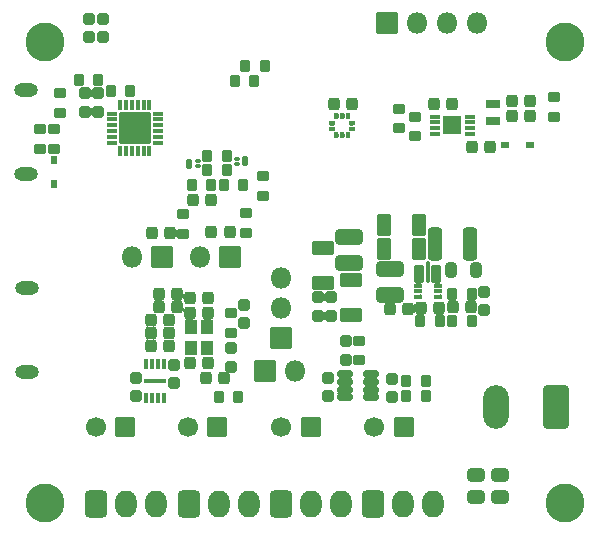
<source format=gbs>
G04 #@! TF.GenerationSoftware,KiCad,Pcbnew,(6.0.7)*
G04 #@! TF.CreationDate,2022-10-27T11:48:24+02:00*
G04 #@! TF.ProjectId,mainControl,6d61696e-436f-46e7-9472-6f6c2e6b6963,rev?*
G04 #@! TF.SameCoordinates,Original*
G04 #@! TF.FileFunction,Soldermask,Bot*
G04 #@! TF.FilePolarity,Negative*
%FSLAX46Y46*%
G04 Gerber Fmt 4.6, Leading zero omitted, Abs format (unit mm)*
G04 Created by KiCad (PCBNEW (6.0.7)) date 2022-10-27 11:48:24*
%MOMM*%
%LPD*%
G01*
G04 APERTURE LIST*
G04 Aperture macros list*
%AMRoundRect*
0 Rectangle with rounded corners*
0 $1 Rounding radius*
0 $2 $3 $4 $5 $6 $7 $8 $9 X,Y pos of 4 corners*
0 Add a 4 corners polygon primitive as box body*
4,1,4,$2,$3,$4,$5,$6,$7,$8,$9,$2,$3,0*
0 Add four circle primitives for the rounded corners*
1,1,$1+$1,$2,$3*
1,1,$1+$1,$4,$5*
1,1,$1+$1,$6,$7*
1,1,$1+$1,$8,$9*
0 Add four rect primitives between the rounded corners*
20,1,$1+$1,$2,$3,$4,$5,0*
20,1,$1+$1,$4,$5,$6,$7,0*
20,1,$1+$1,$6,$7,$8,$9,0*
20,1,$1+$1,$8,$9,$2,$3,0*%
G04 Aperture macros list end*
%ADD10RoundRect,0.050000X0.850000X-0.850000X0.850000X0.850000X-0.850000X0.850000X-0.850000X-0.850000X0*%
%ADD11O,1.800000X1.800000*%
%ADD12RoundRect,0.300000X-0.620000X-0.845000X0.620000X-0.845000X0.620000X0.845000X-0.620000X0.845000X0*%
%ADD13O,1.840000X2.290000*%
%ADD14RoundRect,0.050000X0.850000X0.850000X-0.850000X0.850000X-0.850000X-0.850000X0.850000X-0.850000X0*%
%ADD15C,3.300000*%
%ADD16RoundRect,0.050000X-0.850000X0.850000X-0.850000X-0.850000X0.850000X-0.850000X0.850000X0.850000X0*%
%ADD17RoundRect,0.050000X0.800000X0.800000X-0.800000X0.800000X-0.800000X-0.800000X0.800000X-0.800000X0*%
%ADD18C,1.700000*%
%ADD19RoundRect,0.299999X0.790001X1.550001X-0.790001X1.550001X-0.790001X-1.550001X0.790001X-1.550001X0*%
%ADD20O,2.180000X3.700000*%
%ADD21O,2.000000X1.150000*%
%ADD22RoundRect,0.275000X-0.225000X-0.250000X0.225000X-0.250000X0.225000X0.250000X-0.225000X0.250000X0*%
%ADD23RoundRect,0.268750X-0.256250X0.218750X-0.256250X-0.218750X0.256250X-0.218750X0.256250X0.218750X0*%
%ADD24RoundRect,0.275000X0.250000X-0.225000X0.250000X0.225000X-0.250000X0.225000X-0.250000X-0.225000X0*%
%ADD25RoundRect,0.250000X-0.275000X0.200000X-0.275000X-0.200000X0.275000X-0.200000X0.275000X0.200000X0*%
%ADD26RoundRect,0.250000X0.200000X0.275000X-0.200000X0.275000X-0.200000X-0.275000X0.200000X-0.275000X0*%
%ADD27RoundRect,0.250000X0.275000X-0.200000X0.275000X0.200000X-0.275000X0.200000X-0.275000X-0.200000X0*%
%ADD28RoundRect,0.250000X-0.200000X-0.275000X0.200000X-0.275000X0.200000X0.275000X-0.200000X0.275000X0*%
%ADD29RoundRect,0.300000X-0.325000X-1.100000X0.325000X-1.100000X0.325000X1.100000X-0.325000X1.100000X0*%
%ADD30RoundRect,0.275000X-0.250000X0.225000X-0.250000X-0.225000X0.250000X-0.225000X0.250000X0.225000X0*%
%ADD31RoundRect,0.275000X0.225000X0.250000X-0.225000X0.250000X-0.225000X-0.250000X0.225000X-0.250000X0*%
%ADD32RoundRect,0.050000X0.200000X-0.125000X0.200000X0.125000X-0.200000X0.125000X-0.200000X-0.125000X0*%
%ADD33RoundRect,0.050000X0.200000X-0.350000X0.200000X0.350000X-0.200000X0.350000X-0.200000X-0.350000X0*%
%ADD34RoundRect,0.050000X0.375000X0.150000X-0.375000X0.150000X-0.375000X-0.150000X0.375000X-0.150000X0*%
%ADD35RoundRect,0.050000X0.680000X0.730000X-0.680000X0.730000X-0.680000X-0.730000X0.680000X-0.730000X0*%
%ADD36RoundRect,0.112500X-0.350000X-0.062500X0.350000X-0.062500X0.350000X0.062500X-0.350000X0.062500X0*%
%ADD37RoundRect,0.112500X-0.062500X-0.350000X0.062500X-0.350000X0.062500X0.350000X-0.062500X0.350000X0*%
%ADD38RoundRect,0.050000X-1.300000X-1.300000X1.300000X-1.300000X1.300000X1.300000X-1.300000X1.300000X0*%
%ADD39RoundRect,0.300000X0.650000X-0.325000X0.650000X0.325000X-0.650000X0.325000X-0.650000X-0.325000X0*%
%ADD40RoundRect,0.050000X0.500000X-0.575000X0.500000X0.575000X-0.500000X0.575000X-0.500000X-0.575000X0*%
%ADD41RoundRect,0.050000X0.150000X-0.375000X0.150000X0.375000X-0.150000X0.375000X-0.150000X-0.375000X0*%
%ADD42RoundRect,0.050000X0.850000X-0.150000X0.850000X0.150000X-0.850000X0.150000X-0.850000X-0.150000X0*%
%ADD43RoundRect,0.300000X0.450000X-0.262500X0.450000X0.262500X-0.450000X0.262500X-0.450000X-0.262500X0*%
%ADD44RoundRect,0.300000X0.325000X0.650000X-0.325000X0.650000X-0.325000X-0.650000X0.325000X-0.650000X0*%
%ADD45RoundRect,0.175000X-0.537500X-0.125000X0.537500X-0.125000X0.537500X0.125000X-0.537500X0.125000X0*%
%ADD46RoundRect,0.050000X0.550000X-0.300000X0.550000X0.300000X-0.550000X0.300000X-0.550000X-0.300000X0*%
%ADD47RoundRect,0.300000X-0.850000X0.375000X-0.850000X-0.375000X0.850000X-0.375000X0.850000X0.375000X0*%
%ADD48RoundRect,0.300000X0.850000X-0.375000X0.850000X0.375000X-0.850000X0.375000X-0.850000X-0.375000X0*%
%ADD49RoundRect,0.250000X0.200000X0.525000X-0.200000X0.525000X-0.200000X-0.525000X0.200000X-0.525000X0*%
%ADD50RoundRect,0.125000X0.225000X0.075000X-0.225000X0.075000X-0.225000X-0.075000X0.225000X-0.075000X0*%
%ADD51RoundRect,0.125000X0.075000X0.787500X-0.075000X0.787500X-0.075000X-0.787500X0.075000X-0.787500X0*%
%ADD52RoundRect,0.050000X0.165100X-0.152400X0.165100X0.152400X-0.165100X0.152400X-0.165100X-0.152400X0*%
%ADD53RoundRect,0.050000X0.152400X0.165100X-0.152400X0.165100X-0.152400X-0.165100X0.152400X-0.165100X0*%
%ADD54RoundRect,0.268750X-0.218750X-0.381250X0.218750X-0.381250X0.218750X0.381250X-0.218750X0.381250X0*%
%ADD55RoundRect,0.050000X-0.300000X-0.225000X0.300000X-0.225000X0.300000X0.225000X-0.300000X0.225000X0*%
%ADD56RoundRect,0.050000X0.225000X-0.300000X0.225000X0.300000X-0.225000X0.300000X-0.225000X-0.300000X0*%
%ADD57RoundRect,0.050000X-0.200000X0.125000X-0.200000X-0.125000X0.200000X-0.125000X0.200000X0.125000X0*%
%ADD58RoundRect,0.050000X-0.200000X0.350000X-0.200000X-0.350000X0.200000X-0.350000X0.200000X0.350000X0*%
G04 APERTURE END LIST*
D10*
X91650000Y-162875000D03*
D11*
X94190000Y-162875000D03*
D12*
X100800000Y-174100000D03*
D13*
X103340000Y-174100000D03*
X105880000Y-174100000D03*
D10*
X101950000Y-133375000D03*
D11*
X104490000Y-133375000D03*
X107030000Y-133375000D03*
X109570000Y-133375000D03*
D14*
X93000000Y-160075000D03*
D11*
X93000000Y-157535000D03*
X93000000Y-154995000D03*
D15*
X117000000Y-174000000D03*
D16*
X82900000Y-153225000D03*
D11*
X80360000Y-153225000D03*
D17*
X87582380Y-167600000D03*
D18*
X85082380Y-167600000D03*
D12*
X85160000Y-174120000D03*
D13*
X87700000Y-174120000D03*
X90240000Y-174120000D03*
D15*
X117000000Y-135000000D03*
D12*
X93000000Y-174100000D03*
D13*
X95540000Y-174100000D03*
X98080000Y-174100000D03*
D17*
X103382380Y-167600000D03*
D18*
X100882380Y-167600000D03*
D17*
X95482380Y-167600000D03*
D18*
X92982380Y-167600000D03*
D19*
X116240000Y-165877500D03*
D20*
X111160000Y-165877500D03*
D15*
X73000000Y-135000000D03*
X73000000Y-174000000D03*
D16*
X88700000Y-153225000D03*
D11*
X86160000Y-153225000D03*
D12*
X77360000Y-174120000D03*
D13*
X79900000Y-174120000D03*
X82440000Y-174120000D03*
D21*
X71470000Y-162955000D03*
X71470000Y-155805000D03*
X71400000Y-139050000D03*
X71400000Y-146200000D03*
D17*
X79782380Y-167600000D03*
D18*
X77282380Y-167600000D03*
D22*
X86650000Y-163400000D03*
X88200000Y-163400000D03*
D23*
X97200000Y-156612500D03*
X97200000Y-158187500D03*
D24*
X89850000Y-158775000D03*
X89850000Y-157225000D03*
D25*
X116114286Y-139650000D03*
X116114286Y-141300000D03*
D26*
X90725000Y-138300000D03*
X89075000Y-138300000D03*
D25*
X84700000Y-149575000D03*
X84700000Y-151225000D03*
D22*
X85500000Y-148400000D03*
X87050000Y-148400000D03*
X81950000Y-159600000D03*
X83500000Y-159600000D03*
D24*
X97000000Y-164975000D03*
X97000000Y-163425000D03*
D27*
X88725000Y-159625000D03*
X88725000Y-157975000D03*
D28*
X86750000Y-145800000D03*
X88400000Y-145800000D03*
X107475000Y-156300000D03*
X109125000Y-156300000D03*
D29*
X106025000Y-152100000D03*
X108975000Y-152100000D03*
D22*
X81950000Y-160700000D03*
X83500000Y-160700000D03*
D24*
X76700000Y-134575000D03*
X76700000Y-133025000D03*
D22*
X105925000Y-140250000D03*
X107475000Y-140250000D03*
D26*
X89800000Y-147100000D03*
X88150000Y-147100000D03*
D30*
X83925000Y-162325000D03*
X83925000Y-163875000D03*
D25*
X74300000Y-139325000D03*
X74300000Y-140975000D03*
D23*
X96100000Y-156612500D03*
X96100000Y-158187500D03*
D26*
X91625000Y-137000000D03*
X89975000Y-137000000D03*
D24*
X76400000Y-140875000D03*
X76400000Y-139325000D03*
D31*
X86800000Y-156700000D03*
X85250000Y-156700000D03*
D22*
X85250000Y-162200000D03*
X86800000Y-162200000D03*
D32*
X89225000Y-145325000D03*
X89225000Y-144875000D03*
D33*
X89925000Y-145100000D03*
D31*
X83625000Y-151200000D03*
X82075000Y-151200000D03*
D28*
X103575000Y-164950000D03*
X105225000Y-164950000D03*
D34*
X109000000Y-141300000D03*
X109000000Y-141800000D03*
X109000000Y-142300000D03*
X109000000Y-142800000D03*
X106000000Y-142800000D03*
X106000000Y-142300000D03*
X106000000Y-141800000D03*
X106000000Y-141300000D03*
D35*
X107500000Y-142050000D03*
D36*
X78662500Y-143550000D03*
X78662500Y-143050000D03*
X78662500Y-142550000D03*
X78662500Y-142050000D03*
X78662500Y-141550000D03*
X78662500Y-141050000D03*
D37*
X79350000Y-140362500D03*
X79850000Y-140362500D03*
X80350000Y-140362500D03*
X80850000Y-140362500D03*
X81350000Y-140362500D03*
X81850000Y-140362500D03*
D36*
X82537500Y-141050000D03*
X82537500Y-141550000D03*
X82537500Y-142050000D03*
X82537500Y-142550000D03*
X82537500Y-143050000D03*
X82537500Y-143550000D03*
D37*
X81850000Y-144237500D03*
X81350000Y-144237500D03*
X80850000Y-144237500D03*
X80350000Y-144237500D03*
X79850000Y-144237500D03*
X79350000Y-144237500D03*
D38*
X80600000Y-142300000D03*
D31*
X88635000Y-151100000D03*
X87085000Y-151100000D03*
D22*
X112525000Y-141250000D03*
X114075000Y-141250000D03*
D39*
X96500000Y-155375000D03*
X96500000Y-152425000D03*
D22*
X82650000Y-157400000D03*
X84200000Y-157400000D03*
D30*
X80725000Y-163400000D03*
X80725000Y-164950000D03*
D28*
X107475000Y-158600000D03*
X109125000Y-158600000D03*
D40*
X85325000Y-160875000D03*
X85325000Y-159125000D03*
X86725000Y-159125000D03*
X86725000Y-160875000D03*
D22*
X82650000Y-156300000D03*
X84200000Y-156300000D03*
D25*
X99600000Y-160275000D03*
X99600000Y-161925000D03*
D41*
X83075000Y-165150000D03*
X82575000Y-165150000D03*
X82075000Y-165150000D03*
X81575000Y-165150000D03*
X81575000Y-162250000D03*
X82075000Y-162250000D03*
X82575000Y-162250000D03*
X83075000Y-162250000D03*
D42*
X82325000Y-163700000D03*
D27*
X72600000Y-144025000D03*
X72600000Y-142375000D03*
D43*
X111500000Y-173512500D03*
X111500000Y-171687500D03*
D24*
X77900000Y-134575000D03*
X77900000Y-133025000D03*
D22*
X112539286Y-139950000D03*
X114089286Y-139950000D03*
D44*
X104675000Y-150500000D03*
X101725000Y-150500000D03*
D45*
X98362500Y-165075000D03*
X98362500Y-164425000D03*
X98362500Y-163775000D03*
X98362500Y-163125000D03*
X100637500Y-163125000D03*
X100637500Y-163775000D03*
X100637500Y-164425000D03*
X100637500Y-165075000D03*
D46*
X110900000Y-141650000D03*
X110900000Y-140250000D03*
D28*
X87725000Y-165050000D03*
X89375000Y-165050000D03*
D22*
X81950000Y-158500000D03*
X83500000Y-158500000D03*
D47*
X98700000Y-151525000D03*
X98700000Y-153675000D03*
D48*
X102200000Y-156375000D03*
X102200000Y-154225000D03*
D24*
X102400000Y-165075000D03*
X102400000Y-163525000D03*
D28*
X104775000Y-158600000D03*
X106425000Y-158600000D03*
D27*
X91500000Y-148025000D03*
X91500000Y-146375000D03*
D28*
X85450000Y-147100000D03*
X87100000Y-147100000D03*
D49*
X106150000Y-154612500D03*
D50*
X106250000Y-155662500D03*
X106250000Y-156112500D03*
X106250000Y-156562500D03*
X104550000Y-156562500D03*
X104550000Y-156112500D03*
X104550000Y-155662500D03*
D49*
X104650000Y-154612500D03*
D51*
X105400000Y-154475000D03*
D31*
X86800000Y-157900000D03*
X85250000Y-157900000D03*
D52*
X98965801Y-141819037D03*
X98965801Y-142319163D03*
D53*
X98631026Y-142904001D03*
X98130900Y-142904001D03*
X97630774Y-142904001D03*
D52*
X97295999Y-142319163D03*
X97295999Y-141819037D03*
D53*
X97630774Y-141234199D03*
X98130900Y-141234199D03*
X98631026Y-141234199D03*
D30*
X88725000Y-160925000D03*
X88725000Y-162475000D03*
D31*
X99005000Y-140211467D03*
X97455000Y-140211467D03*
D28*
X75875000Y-138200000D03*
X77525000Y-138200000D03*
D22*
X102225000Y-157600000D03*
X103775000Y-157600000D03*
D31*
X106375000Y-157500000D03*
X104825000Y-157500000D03*
D44*
X104675000Y-152500000D03*
X101725000Y-152500000D03*
D54*
X107337500Y-154300000D03*
X109462500Y-154300000D03*
D27*
X103014286Y-142275000D03*
X103014286Y-140625000D03*
D24*
X77500000Y-140875000D03*
X77500000Y-139325000D03*
D28*
X103575000Y-163700000D03*
X105225000Y-163700000D03*
D55*
X111964286Y-143750000D03*
X114064286Y-143750000D03*
D56*
X73800000Y-147050000D03*
X73800000Y-144950000D03*
D27*
X104314286Y-142975000D03*
X104314286Y-141325000D03*
X73800000Y-144025000D03*
X73800000Y-142375000D03*
D24*
X110200000Y-157675000D03*
X110200000Y-156125000D03*
D43*
X109500000Y-173512500D03*
X109500000Y-171687500D03*
D30*
X98450000Y-160325000D03*
X98450000Y-161875000D03*
D31*
X109075000Y-157400000D03*
X107525000Y-157400000D03*
D39*
X98900000Y-158075000D03*
X98900000Y-155125000D03*
D57*
X85925000Y-145075000D03*
X85925000Y-145525000D03*
D58*
X85225000Y-145300000D03*
D26*
X80225000Y-139100000D03*
X78575000Y-139100000D03*
X88400000Y-144600000D03*
X86750000Y-144600000D03*
D25*
X90060000Y-149475000D03*
X90060000Y-151125000D03*
D31*
X110675000Y-143850000D03*
X109125000Y-143850000D03*
G36*
X98970706Y-164710385D02*
G01*
X98970373Y-164711627D01*
X98950969Y-164740668D01*
X98958155Y-164776794D01*
X98968239Y-164786878D01*
X98968757Y-164788810D01*
X98967343Y-164790224D01*
X98966435Y-164790254D01*
X98899801Y-164777000D01*
X97825199Y-164777000D01*
X97758810Y-164790206D01*
X97757401Y-164791147D01*
X97755406Y-164791278D01*
X97754294Y-164789615D01*
X97754627Y-164788373D01*
X97774031Y-164759332D01*
X97766845Y-164723206D01*
X97756761Y-164713122D01*
X97756243Y-164711190D01*
X97757657Y-164709776D01*
X97758565Y-164709746D01*
X97825199Y-164723000D01*
X98899801Y-164723000D01*
X98966190Y-164709794D01*
X98967599Y-164708853D01*
X98969594Y-164708722D01*
X98970706Y-164710385D01*
G37*
G36*
X101245706Y-164710385D02*
G01*
X101245373Y-164711627D01*
X101225969Y-164740668D01*
X101233155Y-164776794D01*
X101243239Y-164786878D01*
X101243757Y-164788810D01*
X101242343Y-164790224D01*
X101241435Y-164790254D01*
X101174801Y-164777000D01*
X100100199Y-164777000D01*
X100033810Y-164790206D01*
X100032401Y-164791147D01*
X100030406Y-164791278D01*
X100029294Y-164789615D01*
X100029627Y-164788373D01*
X100049031Y-164759332D01*
X100041845Y-164723206D01*
X100031761Y-164713122D01*
X100031243Y-164711190D01*
X100032657Y-164709776D01*
X100033565Y-164709746D01*
X100100199Y-164723000D01*
X101174801Y-164723000D01*
X101241190Y-164709794D01*
X101242599Y-164708853D01*
X101244594Y-164708722D01*
X101245706Y-164710385D01*
G37*
G36*
X98970706Y-164060385D02*
G01*
X98970373Y-164061627D01*
X98950969Y-164090668D01*
X98958155Y-164126794D01*
X98968239Y-164136878D01*
X98968757Y-164138810D01*
X98967343Y-164140224D01*
X98966435Y-164140254D01*
X98899801Y-164127000D01*
X97825199Y-164127000D01*
X97758810Y-164140206D01*
X97757401Y-164141147D01*
X97755406Y-164141278D01*
X97754294Y-164139615D01*
X97754627Y-164138373D01*
X97774031Y-164109332D01*
X97766845Y-164073206D01*
X97756761Y-164063122D01*
X97756243Y-164061190D01*
X97757657Y-164059776D01*
X97758565Y-164059746D01*
X97825199Y-164073000D01*
X98899801Y-164073000D01*
X98966190Y-164059794D01*
X98967599Y-164058853D01*
X98969594Y-164058722D01*
X98970706Y-164060385D01*
G37*
G36*
X101245706Y-164060385D02*
G01*
X101245373Y-164061627D01*
X101225969Y-164090668D01*
X101233155Y-164126794D01*
X101243239Y-164136878D01*
X101243757Y-164138810D01*
X101242343Y-164140224D01*
X101241435Y-164140254D01*
X101174801Y-164127000D01*
X100100199Y-164127000D01*
X100033810Y-164140206D01*
X100032401Y-164141147D01*
X100030406Y-164141278D01*
X100029294Y-164139615D01*
X100029627Y-164138373D01*
X100049031Y-164109332D01*
X100041845Y-164073206D01*
X100031761Y-164063122D01*
X100031243Y-164061190D01*
X100032657Y-164059776D01*
X100033565Y-164059746D01*
X100100199Y-164073000D01*
X101174801Y-164073000D01*
X101241190Y-164059794D01*
X101242599Y-164058853D01*
X101244594Y-164058722D01*
X101245706Y-164060385D01*
G37*
G36*
X98970706Y-163410385D02*
G01*
X98970373Y-163411627D01*
X98950969Y-163440668D01*
X98958155Y-163476794D01*
X98968239Y-163486878D01*
X98968757Y-163488810D01*
X98967343Y-163490224D01*
X98966435Y-163490254D01*
X98899801Y-163477000D01*
X97825199Y-163477000D01*
X97758810Y-163490206D01*
X97757401Y-163491147D01*
X97755406Y-163491278D01*
X97754294Y-163489615D01*
X97754627Y-163488373D01*
X97774031Y-163459332D01*
X97766845Y-163423206D01*
X97756761Y-163413122D01*
X97756243Y-163411190D01*
X97757657Y-163409776D01*
X97758565Y-163409746D01*
X97825199Y-163423000D01*
X98899801Y-163423000D01*
X98966190Y-163409794D01*
X98967599Y-163408853D01*
X98969594Y-163408722D01*
X98970706Y-163410385D01*
G37*
G36*
X101245706Y-163410385D02*
G01*
X101245373Y-163411627D01*
X101225969Y-163440668D01*
X101233155Y-163476794D01*
X101243239Y-163486878D01*
X101243757Y-163488810D01*
X101242343Y-163490224D01*
X101241435Y-163490254D01*
X101174801Y-163477000D01*
X100100199Y-163477000D01*
X100033810Y-163490206D01*
X100032401Y-163491147D01*
X100030406Y-163491278D01*
X100029294Y-163489615D01*
X100029627Y-163488373D01*
X100049031Y-163459332D01*
X100041845Y-163423206D01*
X100031761Y-163413122D01*
X100031243Y-163411190D01*
X100032657Y-163409776D01*
X100033565Y-163409746D01*
X100100199Y-163423000D01*
X101174801Y-163423000D01*
X101241190Y-163409794D01*
X101242599Y-163408853D01*
X101244594Y-163408722D01*
X101245706Y-163410385D01*
G37*
G36*
X82267285Y-160105624D02*
G01*
X82267675Y-160107586D01*
X82267256Y-160108294D01*
X82244029Y-160133640D01*
X82245629Y-160170266D01*
X82266959Y-160191596D01*
X82267477Y-160193528D01*
X82266063Y-160194942D01*
X82265155Y-160194972D01*
X82174801Y-160177000D01*
X81725199Y-160177000D01*
X81634609Y-160195019D01*
X81632715Y-160194376D01*
X81632325Y-160192414D01*
X81632744Y-160191706D01*
X81655971Y-160166360D01*
X81654371Y-160129734D01*
X81633041Y-160108404D01*
X81632523Y-160106472D01*
X81633937Y-160105058D01*
X81634845Y-160105028D01*
X81725199Y-160123000D01*
X82174801Y-160123000D01*
X82265391Y-160104981D01*
X82267285Y-160105624D01*
G37*
G36*
X83817285Y-160105624D02*
G01*
X83817675Y-160107586D01*
X83817256Y-160108294D01*
X83794029Y-160133640D01*
X83795629Y-160170266D01*
X83816959Y-160191596D01*
X83817477Y-160193528D01*
X83816063Y-160194942D01*
X83815155Y-160194972D01*
X83724801Y-160177000D01*
X83275199Y-160177000D01*
X83184609Y-160195019D01*
X83182715Y-160194376D01*
X83182325Y-160192414D01*
X83182744Y-160191706D01*
X83205971Y-160166360D01*
X83204371Y-160129734D01*
X83183041Y-160108404D01*
X83182523Y-160106472D01*
X83183937Y-160105058D01*
X83184845Y-160105028D01*
X83275199Y-160123000D01*
X83724801Y-160123000D01*
X83815391Y-160104981D01*
X83817285Y-160105624D01*
G37*
G36*
X82267285Y-159005624D02*
G01*
X82267675Y-159007586D01*
X82267256Y-159008294D01*
X82244029Y-159033640D01*
X82245629Y-159070266D01*
X82266959Y-159091596D01*
X82267477Y-159093528D01*
X82266063Y-159094942D01*
X82265155Y-159094972D01*
X82174801Y-159077000D01*
X81725199Y-159077000D01*
X81634609Y-159095019D01*
X81632715Y-159094376D01*
X81632325Y-159092414D01*
X81632744Y-159091706D01*
X81655971Y-159066360D01*
X81654371Y-159029734D01*
X81633041Y-159008404D01*
X81632523Y-159006472D01*
X81633937Y-159005058D01*
X81634845Y-159005028D01*
X81725199Y-159023000D01*
X82174801Y-159023000D01*
X82265391Y-159004981D01*
X82267285Y-159005624D01*
G37*
G36*
X83817285Y-159005624D02*
G01*
X83817675Y-159007586D01*
X83817256Y-159008294D01*
X83794029Y-159033640D01*
X83795629Y-159070266D01*
X83816959Y-159091596D01*
X83817477Y-159093528D01*
X83816063Y-159094942D01*
X83815155Y-159094972D01*
X83724801Y-159077000D01*
X83275199Y-159077000D01*
X83184609Y-159095019D01*
X83182715Y-159094376D01*
X83182325Y-159092414D01*
X83182744Y-159091706D01*
X83205971Y-159066360D01*
X83204371Y-159029734D01*
X83183041Y-159008404D01*
X83182523Y-159006472D01*
X83183937Y-159005058D01*
X83184845Y-159005028D01*
X83275199Y-159023000D01*
X83724801Y-159023000D01*
X83815391Y-159004981D01*
X83817285Y-159005624D01*
G37*
G36*
X87117281Y-158405624D02*
G01*
X87117671Y-158407586D01*
X87117252Y-158408294D01*
X87094026Y-158433641D01*
X87095623Y-158470216D01*
X87122796Y-158495116D01*
X87139323Y-158498030D01*
X87140855Y-158499316D01*
X87140508Y-158501286D01*
X87138976Y-158502000D01*
X86461027Y-158502000D01*
X86459295Y-158501000D01*
X86459295Y-158499000D01*
X86460262Y-158498152D01*
X86494849Y-158483826D01*
X86508859Y-158450002D01*
X86494755Y-158415950D01*
X86484688Y-158408902D01*
X86483843Y-158407090D01*
X86484990Y-158405451D01*
X86486225Y-158405302D01*
X86575199Y-158423000D01*
X87024801Y-158423000D01*
X87115387Y-158404981D01*
X87117281Y-158405624D01*
G37*
G36*
X85567281Y-158405624D02*
G01*
X85567671Y-158407586D01*
X85567252Y-158408294D01*
X85544026Y-158433641D01*
X85545623Y-158470216D01*
X85572796Y-158495116D01*
X85589323Y-158498030D01*
X85590855Y-158499316D01*
X85590508Y-158501286D01*
X85588976Y-158502000D01*
X84911028Y-158502000D01*
X84909296Y-158501000D01*
X84909296Y-158499000D01*
X84910263Y-158498152D01*
X84944850Y-158483826D01*
X84958860Y-158450002D01*
X84944756Y-158415950D01*
X84934690Y-158408903D01*
X84933845Y-158407091D01*
X84934992Y-158405452D01*
X84936227Y-158405303D01*
X85025199Y-158423000D01*
X85474801Y-158423000D01*
X85565387Y-158404981D01*
X85567281Y-158405624D01*
G37*
G36*
X96608577Y-157877916D02*
G01*
X96633640Y-157900883D01*
X96670266Y-157899284D01*
X96691308Y-157878242D01*
X96693240Y-157877724D01*
X96694654Y-157879138D01*
X96694684Y-157880046D01*
X96677000Y-157968949D01*
X96677000Y-158406051D01*
X96694736Y-158495219D01*
X96694093Y-158497113D01*
X96692131Y-158497503D01*
X96691423Y-158497084D01*
X96666360Y-158474117D01*
X96629734Y-158475716D01*
X96608692Y-158496758D01*
X96606760Y-158497276D01*
X96605346Y-158495862D01*
X96605316Y-158494954D01*
X96623000Y-158406051D01*
X96623000Y-157968949D01*
X96605264Y-157879781D01*
X96605907Y-157877887D01*
X96607869Y-157877497D01*
X96608577Y-157877916D01*
G37*
G36*
X104600199Y-158023000D02*
G01*
X105049801Y-158023000D01*
X105135553Y-158005943D01*
X105137447Y-158006586D01*
X105137837Y-158008548D01*
X105136788Y-158009718D01*
X105120803Y-158017172D01*
X105120219Y-158017342D01*
X105112636Y-158018340D01*
X105080558Y-158036861D01*
X105071082Y-158072224D01*
X105089541Y-158104194D01*
X105099206Y-158109927D01*
X105116565Y-158117602D01*
X105117169Y-158118016D01*
X105131480Y-158132302D01*
X105131999Y-158134233D01*
X105130586Y-158135648D01*
X105128956Y-158135380D01*
X105069892Y-158095915D01*
X104974801Y-158077000D01*
X104575199Y-158077000D01*
X104498942Y-158092168D01*
X104497048Y-158091525D01*
X104496658Y-158089563D01*
X104497102Y-158088828D01*
X104521669Y-158062986D01*
X104520741Y-158026347D01*
X104501917Y-158007175D01*
X104501417Y-158005239D01*
X104502844Y-158003837D01*
X104503734Y-158003812D01*
X104600199Y-158023000D01*
G37*
G36*
X106698549Y-158004378D02*
G01*
X106698939Y-158006340D01*
X106698520Y-158007048D01*
X106677975Y-158029468D01*
X106679574Y-158066082D01*
X106702700Y-158088749D01*
X106703237Y-158090675D01*
X106701837Y-158092104D01*
X106700910Y-158092139D01*
X106624801Y-158077000D01*
X106225199Y-158077000D01*
X106130108Y-158095915D01*
X106070856Y-158135505D01*
X106068860Y-158135636D01*
X106067749Y-158133973D01*
X106068330Y-158132429D01*
X106082470Y-158118265D01*
X106083073Y-158117850D01*
X106100702Y-158110019D01*
X106126223Y-158083171D01*
X106125296Y-158046573D01*
X106098538Y-158021137D01*
X106087730Y-158018388D01*
X106079780Y-158017342D01*
X106079196Y-158017172D01*
X106063210Y-158009718D01*
X106062063Y-158008079D01*
X106062908Y-158006267D01*
X106064445Y-158005943D01*
X106150199Y-158023000D01*
X106599801Y-158023000D01*
X106696655Y-158003735D01*
X106698549Y-158004378D01*
G37*
G36*
X104343733Y-157162910D02*
G01*
X104344057Y-157164447D01*
X104327000Y-157250199D01*
X104327000Y-157749801D01*
X104347818Y-157854459D01*
X104393149Y-157922301D01*
X104393280Y-157924297D01*
X104391617Y-157925408D01*
X104390072Y-157924826D01*
X104373951Y-157908705D01*
X104373552Y-157908136D01*
X104361730Y-157882784D01*
X104334420Y-157857758D01*
X104297845Y-157859355D01*
X104272897Y-157886580D01*
X104270458Y-157896552D01*
X104267342Y-157920219D01*
X104267172Y-157920803D01*
X104259718Y-157936788D01*
X104258079Y-157937935D01*
X104256267Y-157937090D01*
X104255943Y-157935553D01*
X104273000Y-157849801D01*
X104273000Y-157350199D01*
X104252182Y-157245541D01*
X104206851Y-157177699D01*
X104206720Y-157175703D01*
X104208383Y-157174592D01*
X104209928Y-157175174D01*
X104226049Y-157191295D01*
X104226448Y-157191864D01*
X104238270Y-157217216D01*
X104265580Y-157242242D01*
X104302155Y-157240645D01*
X104327103Y-157213420D01*
X104329542Y-157203448D01*
X104332658Y-157179781D01*
X104332828Y-157179197D01*
X104340282Y-157163212D01*
X104341921Y-157162065D01*
X104343733Y-157162910D01*
G37*
G36*
X84818418Y-157476070D02*
G01*
X84818149Y-157477699D01*
X84772818Y-157545541D01*
X84752000Y-157650199D01*
X84752000Y-157817589D01*
X84751000Y-157819321D01*
X84749000Y-157819321D01*
X84748152Y-157818354D01*
X84733825Y-157783765D01*
X84700001Y-157769755D01*
X84665949Y-157783859D01*
X84656426Y-157797460D01*
X84651448Y-157808136D01*
X84651049Y-157808705D01*
X84634928Y-157824826D01*
X84632996Y-157825344D01*
X84631582Y-157823930D01*
X84631851Y-157822301D01*
X84677182Y-157754459D01*
X84698000Y-157649801D01*
X84698000Y-157482411D01*
X84699000Y-157480679D01*
X84701000Y-157480679D01*
X84701848Y-157481646D01*
X84716175Y-157516235D01*
X84749999Y-157530245D01*
X84784051Y-157516141D01*
X84793574Y-157502540D01*
X84798552Y-157491864D01*
X84798951Y-157491295D01*
X84815072Y-157475174D01*
X84817004Y-157474656D01*
X84818418Y-157476070D01*
G37*
G36*
X102654364Y-157049000D02*
G01*
X102654364Y-157051000D01*
X102653397Y-157051848D01*
X102618810Y-157066174D01*
X102604800Y-157099998D01*
X102618975Y-157134221D01*
X102624826Y-157140072D01*
X102625344Y-157142004D01*
X102623930Y-157143418D01*
X102622301Y-157143149D01*
X102554459Y-157097818D01*
X102449801Y-157077000D01*
X102000199Y-157077000D01*
X101895541Y-157097818D01*
X101827699Y-157143149D01*
X101825703Y-157143280D01*
X101824592Y-157141617D01*
X101825174Y-157140072D01*
X101831024Y-157134222D01*
X101845199Y-157099999D01*
X101831189Y-157066175D01*
X101796600Y-157051848D01*
X101795382Y-157050261D01*
X101796147Y-157048413D01*
X101797365Y-157048000D01*
X102652632Y-157048000D01*
X102654364Y-157049000D01*
G37*
G36*
X96608577Y-156302916D02*
G01*
X96633640Y-156325883D01*
X96670266Y-156324284D01*
X96691308Y-156303242D01*
X96693240Y-156302724D01*
X96694654Y-156304138D01*
X96694684Y-156305046D01*
X96677000Y-156393949D01*
X96677000Y-156831051D01*
X96694736Y-156920219D01*
X96694093Y-156922113D01*
X96692131Y-156922503D01*
X96691423Y-156922084D01*
X96666360Y-156899117D01*
X96629734Y-156900716D01*
X96608692Y-156921758D01*
X96606760Y-156922276D01*
X96605346Y-156920862D01*
X96605316Y-156919954D01*
X96623000Y-156831051D01*
X96623000Y-156393949D01*
X96605264Y-156304781D01*
X96605907Y-156302887D01*
X96607869Y-156302497D01*
X96608577Y-156302916D01*
G37*
G36*
X107832251Y-156766027D02*
G01*
X107831670Y-156767571D01*
X107817530Y-156781735D01*
X107816927Y-156782150D01*
X107799298Y-156789981D01*
X107773777Y-156816829D01*
X107774704Y-156853427D01*
X107801462Y-156878863D01*
X107812270Y-156881612D01*
X107820220Y-156882658D01*
X107820804Y-156882828D01*
X107836790Y-156890282D01*
X107837937Y-156891921D01*
X107837092Y-156893733D01*
X107835555Y-156894057D01*
X107749801Y-156877000D01*
X107300199Y-156877000D01*
X107203345Y-156896265D01*
X107201451Y-156895622D01*
X107201061Y-156893660D01*
X107201480Y-156892952D01*
X107222025Y-156870532D01*
X107220426Y-156833918D01*
X107197300Y-156811251D01*
X107196763Y-156809325D01*
X107198163Y-156807896D01*
X107199090Y-156807861D01*
X107275199Y-156823000D01*
X107674801Y-156823000D01*
X107769892Y-156804085D01*
X107829144Y-156764495D01*
X107831140Y-156764364D01*
X107832251Y-156766027D01*
G37*
G36*
X108771044Y-156764620D02*
G01*
X108830108Y-156804085D01*
X108925199Y-156823000D01*
X109324801Y-156823000D01*
X109401058Y-156807832D01*
X109402952Y-156808475D01*
X109403342Y-156810437D01*
X109402898Y-156811172D01*
X109378331Y-156837014D01*
X109379259Y-156873653D01*
X109398083Y-156892825D01*
X109398583Y-156894761D01*
X109397156Y-156896163D01*
X109396266Y-156896188D01*
X109299801Y-156877000D01*
X108850199Y-156877000D01*
X108764447Y-156894057D01*
X108762553Y-156893414D01*
X108762163Y-156891452D01*
X108763212Y-156890282D01*
X108779197Y-156882828D01*
X108779781Y-156882658D01*
X108787364Y-156881660D01*
X108819442Y-156863139D01*
X108828918Y-156827776D01*
X108810459Y-156795806D01*
X108800794Y-156790073D01*
X108783435Y-156782398D01*
X108782831Y-156781984D01*
X108768520Y-156767698D01*
X108768001Y-156765767D01*
X108769414Y-156764352D01*
X108771044Y-156764620D01*
G37*
G36*
X82967285Y-156805624D02*
G01*
X82967675Y-156807586D01*
X82967256Y-156808294D01*
X82944029Y-156833640D01*
X82945629Y-156870266D01*
X82966959Y-156891596D01*
X82967477Y-156893528D01*
X82966063Y-156894942D01*
X82965155Y-156894972D01*
X82874801Y-156877000D01*
X82425199Y-156877000D01*
X82334609Y-156895019D01*
X82332715Y-156894376D01*
X82332325Y-156892414D01*
X82332744Y-156891706D01*
X82355971Y-156866360D01*
X82354371Y-156829734D01*
X82333041Y-156808404D01*
X82332523Y-156806472D01*
X82333937Y-156805058D01*
X82334845Y-156805028D01*
X82425199Y-156823000D01*
X82874801Y-156823000D01*
X82965391Y-156804981D01*
X82967285Y-156805624D01*
G37*
G36*
X84517285Y-156805624D02*
G01*
X84517675Y-156807586D01*
X84517256Y-156808294D01*
X84494029Y-156833640D01*
X84495629Y-156870266D01*
X84516959Y-156891596D01*
X84517477Y-156893528D01*
X84516063Y-156894942D01*
X84515155Y-156894972D01*
X84424801Y-156877000D01*
X83975199Y-156877000D01*
X83884609Y-156895019D01*
X83882715Y-156894376D01*
X83882325Y-156892414D01*
X83882744Y-156891706D01*
X83905971Y-156866360D01*
X83904371Y-156829734D01*
X83883041Y-156808404D01*
X83882523Y-156806472D01*
X83883937Y-156805058D01*
X83884845Y-156805028D01*
X83975199Y-156823000D01*
X84424801Y-156823000D01*
X84515391Y-156804981D01*
X84517285Y-156805624D01*
G37*
G36*
X84818418Y-156276070D02*
G01*
X84818149Y-156277699D01*
X84772818Y-156345541D01*
X84752000Y-156450199D01*
X84752000Y-156717586D01*
X84751000Y-156719318D01*
X84749000Y-156719318D01*
X84748152Y-156718351D01*
X84733826Y-156683764D01*
X84700002Y-156669754D01*
X84665950Y-156683858D01*
X84656428Y-156697458D01*
X84651450Y-156708134D01*
X84651051Y-156708703D01*
X84634928Y-156724826D01*
X84632996Y-156725344D01*
X84631582Y-156723930D01*
X84631851Y-156722301D01*
X84677182Y-156654459D01*
X84698000Y-156549801D01*
X84698000Y-156282414D01*
X84699000Y-156280682D01*
X84701000Y-156280682D01*
X84701848Y-156281649D01*
X84716174Y-156316236D01*
X84749998Y-156330246D01*
X84784050Y-156316142D01*
X84793572Y-156302542D01*
X84798550Y-156291866D01*
X84798949Y-156291297D01*
X84815072Y-156275174D01*
X84817004Y-156274656D01*
X84818418Y-156276070D01*
G37*
G36*
X104832269Y-156297884D02*
G01*
X104831936Y-156299126D01*
X104812531Y-156328167D01*
X104819717Y-156364294D01*
X104829598Y-156374175D01*
X104830116Y-156376107D01*
X104828702Y-156377521D01*
X104827073Y-156377252D01*
X104822056Y-156373900D01*
X104774801Y-156364500D01*
X104325199Y-156364500D01*
X104277944Y-156373900D01*
X104270838Y-156378648D01*
X104268842Y-156378779D01*
X104267731Y-156377116D01*
X104268064Y-156375874D01*
X104287469Y-156346833D01*
X104280283Y-156310706D01*
X104270402Y-156300825D01*
X104269884Y-156298893D01*
X104271298Y-156297479D01*
X104272927Y-156297748D01*
X104277944Y-156301100D01*
X104325199Y-156310500D01*
X104774801Y-156310500D01*
X104822056Y-156301100D01*
X104829162Y-156296352D01*
X104831158Y-156296221D01*
X104832269Y-156297884D01*
G37*
G36*
X106532269Y-156297884D02*
G01*
X106531936Y-156299126D01*
X106512531Y-156328167D01*
X106519717Y-156364294D01*
X106529598Y-156374175D01*
X106530116Y-156376107D01*
X106528702Y-156377521D01*
X106527073Y-156377252D01*
X106522056Y-156373900D01*
X106474801Y-156364500D01*
X106025199Y-156364500D01*
X105977944Y-156373900D01*
X105970838Y-156378648D01*
X105968842Y-156378779D01*
X105967731Y-156377116D01*
X105968064Y-156375874D01*
X105987469Y-156346833D01*
X105980283Y-156310706D01*
X105970402Y-156300825D01*
X105969884Y-156298893D01*
X105971298Y-156297479D01*
X105972927Y-156297748D01*
X105977944Y-156301100D01*
X106025199Y-156310500D01*
X106474801Y-156310500D01*
X106522056Y-156301100D01*
X106529162Y-156296352D01*
X106531158Y-156296221D01*
X106532269Y-156297884D01*
G37*
G36*
X106532269Y-155847884D02*
G01*
X106531936Y-155849126D01*
X106512531Y-155878167D01*
X106519717Y-155914294D01*
X106529598Y-155924175D01*
X106530116Y-155926107D01*
X106528702Y-155927521D01*
X106527073Y-155927252D01*
X106522056Y-155923900D01*
X106474801Y-155914500D01*
X106025199Y-155914500D01*
X105977944Y-155923900D01*
X105970838Y-155928648D01*
X105968842Y-155928779D01*
X105967731Y-155927116D01*
X105968064Y-155925874D01*
X105987469Y-155896833D01*
X105980283Y-155860706D01*
X105970402Y-155850825D01*
X105969884Y-155848893D01*
X105971298Y-155847479D01*
X105972927Y-155847748D01*
X105977944Y-155851100D01*
X106025199Y-155860500D01*
X106474801Y-155860500D01*
X106522056Y-155851100D01*
X106529162Y-155846352D01*
X106531158Y-155846221D01*
X106532269Y-155847884D01*
G37*
G36*
X104832269Y-155847884D02*
G01*
X104831936Y-155849126D01*
X104812531Y-155878167D01*
X104819717Y-155914294D01*
X104829598Y-155924175D01*
X104830116Y-155926107D01*
X104828702Y-155927521D01*
X104827073Y-155927252D01*
X104822056Y-155923900D01*
X104774801Y-155914500D01*
X104325199Y-155914500D01*
X104277944Y-155923900D01*
X104270838Y-155928648D01*
X104268842Y-155928779D01*
X104267731Y-155927116D01*
X104268064Y-155925874D01*
X104287469Y-155896833D01*
X104280283Y-155860706D01*
X104270402Y-155850825D01*
X104269884Y-155848893D01*
X104271298Y-155847479D01*
X104272927Y-155847748D01*
X104277944Y-155851100D01*
X104325199Y-155860500D01*
X104774801Y-155860500D01*
X104822056Y-155851100D01*
X104829162Y-155846352D01*
X104831158Y-155846221D01*
X104832269Y-155847884D01*
G37*
G36*
X106434679Y-155369637D02*
G01*
X106435069Y-155371599D01*
X106434625Y-155372334D01*
X106412773Y-155395320D01*
X106413700Y-155431918D01*
X106440406Y-155457307D01*
X106457781Y-155460534D01*
X106459302Y-155461833D01*
X106458936Y-155463800D01*
X106457416Y-155464500D01*
X106025199Y-155464500D01*
X105977944Y-155473900D01*
X105972240Y-155477711D01*
X105970244Y-155477842D01*
X105969133Y-155476179D01*
X105969466Y-155474937D01*
X105988873Y-155445893D01*
X105981730Y-155409985D01*
X105950601Y-155389186D01*
X105950705Y-155389031D01*
X105949699Y-155388218D01*
X105950011Y-155386243D01*
X105951566Y-155385500D01*
X106349801Y-155385500D01*
X106432785Y-155368994D01*
X106434679Y-155369637D01*
G37*
G36*
X104450199Y-155385500D02*
G01*
X104849805Y-155385500D01*
X104851346Y-155385193D01*
X104852673Y-155385643D01*
X104853843Y-155384696D01*
X104923015Y-155370937D01*
X104924909Y-155371580D01*
X104925299Y-155373542D01*
X104924217Y-155374727D01*
X104906972Y-155382387D01*
X104906393Y-155382545D01*
X104854466Y-155388644D01*
X104853332Y-155388156D01*
X104852713Y-155388900D01*
X104820491Y-155406908D01*
X104810523Y-155442135D01*
X104827926Y-155473274D01*
X104827898Y-155475274D01*
X104826152Y-155476250D01*
X104825069Y-155475913D01*
X104822056Y-155473900D01*
X104774801Y-155464500D01*
X104342645Y-155464500D01*
X104340913Y-155463500D01*
X104340913Y-155461500D01*
X104341880Y-155460652D01*
X104376467Y-155446326D01*
X104390477Y-155412502D01*
X104376378Y-155378462D01*
X104368707Y-155373205D01*
X104367844Y-155371401D01*
X104368975Y-155369751D01*
X104370228Y-155369593D01*
X104450199Y-155385500D01*
G37*
G36*
X84109718Y-150863212D02*
G01*
X84117172Y-150879197D01*
X84117342Y-150879781D01*
X84118340Y-150887364D01*
X84136861Y-150919442D01*
X84172224Y-150928918D01*
X84204194Y-150910459D01*
X84209927Y-150900794D01*
X84217602Y-150883435D01*
X84218016Y-150882831D01*
X84232302Y-150868520D01*
X84234233Y-150868001D01*
X84235648Y-150869414D01*
X84235380Y-150871044D01*
X84195915Y-150930108D01*
X84177000Y-151025199D01*
X84177000Y-151424801D01*
X84195797Y-151519303D01*
X84195154Y-151521197D01*
X84193192Y-151521587D01*
X84192457Y-151521143D01*
X84174361Y-151503940D01*
X84137722Y-151504867D01*
X84113526Y-151528623D01*
X84109717Y-151536792D01*
X84108078Y-151537939D01*
X84106266Y-151537094D01*
X84105942Y-151535557D01*
X84123000Y-151449801D01*
X84123000Y-150950199D01*
X84105943Y-150864447D01*
X84106586Y-150862553D01*
X84108548Y-150862163D01*
X84109718Y-150863212D01*
G37*
G36*
X98334963Y-142737860D02*
G01*
X98354387Y-142766931D01*
X98390295Y-142774074D01*
X98420919Y-142753611D01*
X98426778Y-142739467D01*
X98428365Y-142738249D01*
X98430213Y-142739014D01*
X98430626Y-142740232D01*
X98430626Y-143069031D01*
X98429626Y-143070763D01*
X98427626Y-143070763D01*
X98426963Y-143070142D01*
X98407539Y-143041071D01*
X98371631Y-143033928D01*
X98341007Y-143054391D01*
X98335148Y-143068535D01*
X98333561Y-143069753D01*
X98331713Y-143068988D01*
X98331300Y-143067770D01*
X98331300Y-142738971D01*
X98332300Y-142737239D01*
X98334300Y-142737239D01*
X98334963Y-142737860D01*
G37*
G36*
X97834837Y-142737860D02*
G01*
X97854261Y-142766931D01*
X97890169Y-142774074D01*
X97920793Y-142753611D01*
X97926652Y-142739467D01*
X97928239Y-142738249D01*
X97930087Y-142739014D01*
X97930500Y-142740232D01*
X97930500Y-143069031D01*
X97929500Y-143070763D01*
X97927500Y-143070763D01*
X97926837Y-143070142D01*
X97907413Y-143041071D01*
X97871505Y-143033928D01*
X97840881Y-143054391D01*
X97835022Y-143068535D01*
X97833435Y-143069753D01*
X97831587Y-143068988D01*
X97831174Y-143067770D01*
X97831174Y-142738971D01*
X97832174Y-142737239D01*
X97834174Y-142737239D01*
X97834837Y-142737860D01*
G37*
G36*
X99132563Y-142020437D02*
G01*
X99132563Y-142022437D01*
X99131942Y-142023100D01*
X99102871Y-142042524D01*
X99095728Y-142078432D01*
X99116191Y-142109056D01*
X99130335Y-142114915D01*
X99131553Y-142116502D01*
X99130788Y-142118350D01*
X99129570Y-142118763D01*
X98800771Y-142118763D01*
X98799039Y-142117763D01*
X98799039Y-142115763D01*
X98799660Y-142115100D01*
X98828731Y-142095676D01*
X98835874Y-142059768D01*
X98815411Y-142029144D01*
X98801267Y-142023285D01*
X98800049Y-142021698D01*
X98800814Y-142019850D01*
X98802032Y-142019437D01*
X99130831Y-142019437D01*
X99132563Y-142020437D01*
G37*
G36*
X97462761Y-142020437D02*
G01*
X97462761Y-142022437D01*
X97462140Y-142023100D01*
X97433069Y-142042524D01*
X97425926Y-142078432D01*
X97446389Y-142109056D01*
X97460533Y-142114915D01*
X97461751Y-142116502D01*
X97460986Y-142118350D01*
X97459768Y-142118763D01*
X97130969Y-142118763D01*
X97129237Y-142117763D01*
X97129237Y-142115763D01*
X97129858Y-142115100D01*
X97158929Y-142095676D01*
X97166072Y-142059768D01*
X97145609Y-142029144D01*
X97131465Y-142023285D01*
X97130247Y-142021698D01*
X97131012Y-142019850D01*
X97132230Y-142019437D01*
X97461029Y-142019437D01*
X97462761Y-142020437D01*
G37*
G36*
X98334963Y-141068058D02*
G01*
X98354387Y-141097129D01*
X98390295Y-141104272D01*
X98420919Y-141083809D01*
X98426778Y-141069665D01*
X98428365Y-141068447D01*
X98430213Y-141069212D01*
X98430626Y-141070430D01*
X98430626Y-141399229D01*
X98429626Y-141400961D01*
X98427626Y-141400961D01*
X98426963Y-141400340D01*
X98407539Y-141371269D01*
X98371631Y-141364126D01*
X98341007Y-141384589D01*
X98335148Y-141398733D01*
X98333561Y-141399951D01*
X98331713Y-141399186D01*
X98331300Y-141397968D01*
X98331300Y-141069169D01*
X98332300Y-141067437D01*
X98334300Y-141067437D01*
X98334963Y-141068058D01*
G37*
G36*
X97834837Y-141068058D02*
G01*
X97854261Y-141097129D01*
X97890169Y-141104272D01*
X97920793Y-141083809D01*
X97926652Y-141069665D01*
X97928239Y-141068447D01*
X97930087Y-141069212D01*
X97930500Y-141070430D01*
X97930500Y-141399229D01*
X97929500Y-141400961D01*
X97927500Y-141400961D01*
X97926837Y-141400340D01*
X97907413Y-141371269D01*
X97871505Y-141364126D01*
X97840881Y-141384589D01*
X97835022Y-141398733D01*
X97833435Y-141399951D01*
X97831587Y-141399186D01*
X97831174Y-141397968D01*
X97831174Y-141069169D01*
X97832174Y-141067437D01*
X97834174Y-141067437D01*
X97834837Y-141068058D01*
G37*
G36*
X76908294Y-140557744D02*
G01*
X76933640Y-140580971D01*
X76970266Y-140579371D01*
X76991596Y-140558041D01*
X76993528Y-140557523D01*
X76994942Y-140558937D01*
X76994972Y-140559845D01*
X76977000Y-140650199D01*
X76977000Y-141099801D01*
X76995019Y-141190391D01*
X76994376Y-141192285D01*
X76992414Y-141192675D01*
X76991706Y-141192256D01*
X76966360Y-141169029D01*
X76929734Y-141170629D01*
X76908404Y-141191959D01*
X76906472Y-141192477D01*
X76905058Y-141191063D01*
X76905028Y-141190155D01*
X76923000Y-141099801D01*
X76923000Y-140650199D01*
X76904981Y-140559609D01*
X76905624Y-140557715D01*
X76907586Y-140557325D01*
X76908294Y-140557744D01*
G37*
G36*
X76908294Y-139007744D02*
G01*
X76933640Y-139030971D01*
X76970266Y-139029371D01*
X76991596Y-139008041D01*
X76993528Y-139007523D01*
X76994942Y-139008937D01*
X76994972Y-139009845D01*
X76977000Y-139100199D01*
X76977000Y-139549801D01*
X76995019Y-139640391D01*
X76994376Y-139642285D01*
X76992414Y-139642675D01*
X76991706Y-139642256D01*
X76966360Y-139619029D01*
X76929734Y-139620629D01*
X76908404Y-139641959D01*
X76906472Y-139642477D01*
X76905058Y-139641063D01*
X76905028Y-139640155D01*
X76923000Y-139549801D01*
X76923000Y-139100199D01*
X76904981Y-139009609D01*
X76905624Y-139007715D01*
X76907586Y-139007325D01*
X76908294Y-139007744D01*
G37*
M02*

</source>
